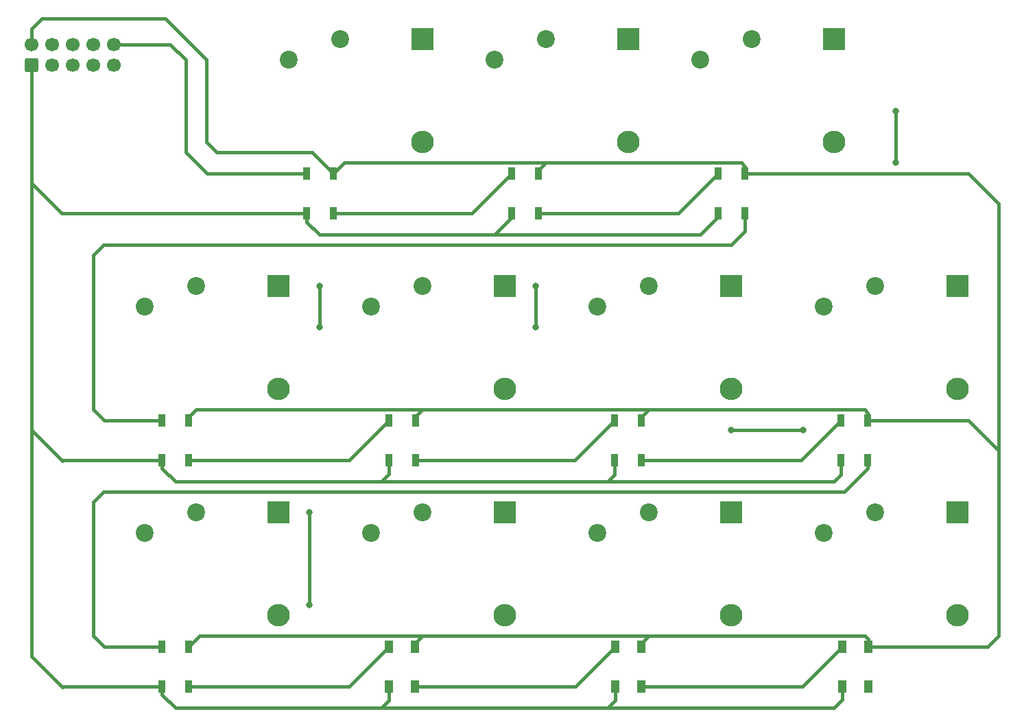
<source format=gbr>
%TF.GenerationSoftware,KiCad,Pcbnew,7.0.0-da2b9df05c~171~ubuntu22.04.1*%
%TF.CreationDate,2023-03-16T18:49:30-03:00*%
%TF.ProjectId,side_board,73696465-5f62-46f6-9172-642e6b696361,rev?*%
%TF.SameCoordinates,Original*%
%TF.FileFunction,Copper,L1,Top*%
%TF.FilePolarity,Positive*%
%FSLAX46Y46*%
G04 Gerber Fmt 4.6, Leading zero omitted, Abs format (unit mm)*
G04 Created by KiCad (PCBNEW 7.0.0-da2b9df05c~171~ubuntu22.04.1) date 2023-03-16 18:49:30*
%MOMM*%
%LPD*%
G01*
G04 APERTURE LIST*
G04 Aperture macros list*
%AMRoundRect*
0 Rectangle with rounded corners*
0 $1 Rounding radius*
0 $2 $3 $4 $5 $6 $7 $8 $9 X,Y pos of 4 corners*
0 Add a 4 corners polygon primitive as box body*
4,1,4,$2,$3,$4,$5,$6,$7,$8,$9,$2,$3,0*
0 Add four circle primitives for the rounded corners*
1,1,$1+$1,$2,$3*
1,1,$1+$1,$4,$5*
1,1,$1+$1,$6,$7*
1,1,$1+$1,$8,$9*
0 Add four rect primitives between the rounded corners*
20,1,$1+$1,$2,$3,$4,$5,0*
20,1,$1+$1,$4,$5,$6,$7,0*
20,1,$1+$1,$6,$7,$8,$9,0*
20,1,$1+$1,$8,$9,$2,$3,0*%
G04 Aperture macros list end*
%TA.AperFunction,SMDPad,CuDef*%
%ADD10R,1.000000X1.500000*%
%TD*%
%TA.AperFunction,ComponentPad*%
%ADD11RoundRect,0.250000X0.600000X-0.600000X0.600000X0.600000X-0.600000X0.600000X-0.600000X-0.600000X0*%
%TD*%
%TA.AperFunction,ComponentPad*%
%ADD12C,1.700000*%
%TD*%
%TA.AperFunction,ComponentPad*%
%ADD13C,2.200000*%
%TD*%
%TA.AperFunction,SMDPad,CuDef*%
%ADD14R,0.900000X1.500000*%
%TD*%
%TA.AperFunction,ComponentPad*%
%ADD15R,2.800000X2.800000*%
%TD*%
%TA.AperFunction,ComponentPad*%
%ADD16O,2.800000X2.800000*%
%TD*%
%TA.AperFunction,ViaPad*%
%ADD17C,0.800000*%
%TD*%
%TA.AperFunction,Conductor*%
%ADD18C,0.400000*%
%TD*%
G04 APERTURE END LIST*
D10*
%TO.P,D22,1,VDD*%
%TO.N,GND*%
X158509999Y-130719999D03*
%TO.P,D22,2,DOUT*%
%TO.N,unconnected-(D22-DOUT-Pad2)*%
X161709999Y-130719999D03*
%TO.P,D22,3,VSS*%
%TO.N,+5V*%
X161709999Y-125819999D03*
%TO.P,D22,4,DIN*%
%TO.N,Net-(D21-DOUT)*%
X158509999Y-125819999D03*
%TD*%
%TO.P,D21,1,VDD*%
%TO.N,GND*%
X130479999Y-130719999D03*
%TO.P,D21,2,DOUT*%
%TO.N,Net-(D21-DOUT)*%
X133679999Y-130719999D03*
%TO.P,D21,3,VSS*%
%TO.N,+5V*%
X133679999Y-125819999D03*
%TO.P,D21,4,DIN*%
%TO.N,Net-(D20-DOUT)*%
X130479999Y-125819999D03*
%TD*%
%TO.P,D20,1,VDD*%
%TO.N,GND*%
X102539999Y-130719999D03*
%TO.P,D20,2,DOUT*%
%TO.N,Net-(D20-DOUT)*%
X105739999Y-130719999D03*
%TO.P,D20,3,VSS*%
%TO.N,+5V*%
X105739999Y-125819999D03*
%TO.P,D20,4,DIN*%
%TO.N,Net-(D20-DIN)*%
X102539999Y-125819999D03*
%TD*%
D11*
%TO.P,J1,1,Pin_1*%
%TO.N,GND*%
X58420000Y-53957500D03*
D12*
%TO.P,J1,2,Pin_2*%
%TO.N,+5V*%
X58420000Y-51417500D03*
%TO.P,J1,3,Pin_3*%
%TO.N,dpad_column_H*%
X60960000Y-53957500D03*
%TO.P,J1,4,Pin_4*%
%TO.N,dpad_row_3*%
X60960000Y-51417500D03*
%TO.P,J1,5,Pin_5*%
%TO.N,dpad_column_G*%
X63500000Y-53957500D03*
%TO.P,J1,6,Pin_6*%
%TO.N,dpad_row_2*%
X63500000Y-51417500D03*
%TO.P,J1,7,Pin_7*%
%TO.N,dpad_column_F*%
X66040000Y-53957500D03*
%TO.P,J1,8,Pin_8*%
%TO.N,dpad_row_1*%
X66040000Y-51417500D03*
%TO.P,J1,9,Pin_9*%
%TO.N,dpad_column_E*%
X68580000Y-53957500D03*
%TO.P,J1,10,Pin_10*%
%TO.N,padsLED_R*%
X68580000Y-51417500D03*
%TD*%
D13*
%TO.P,SW4,1,A*%
%TO.N,Net-(D12-K)*%
X78740000Y-81280000D03*
%TO.P,SW4,2,B*%
%TO.N,dpad_column_F*%
X72390000Y-83820000D03*
%TD*%
D14*
%TO.P,D8,1,VDD*%
%TO.N,GND*%
X74549999Y-130719999D03*
%TO.P,D8,2,DOUT*%
%TO.N,Net-(D20-DIN)*%
X77849999Y-130719999D03*
%TO.P,D8,3,VSS*%
%TO.N,+5V*%
X77849999Y-125819999D03*
%TO.P,D8,4,DIN*%
%TO.N,Net-(D7-DOUT)*%
X74549999Y-125819999D03*
%TD*%
D13*
%TO.P,SW6,1,A*%
%TO.N,Net-(D14-K)*%
X134620000Y-81280000D03*
%TO.P,SW6,2,B*%
%TO.N,dpad_column_F*%
X128270000Y-83820000D03*
%TD*%
%TO.P,SW1,2,B*%
%TO.N,dpad_column_E*%
X90170000Y-53340000D03*
%TO.P,SW1,1,A*%
%TO.N,Net-(D9-K)*%
X96520000Y-50800000D03*
%TD*%
%TO.P,SW8,1,A*%
%TO.N,Net-(D16-K)*%
X78740000Y-109220000D03*
%TO.P,SW8,2,B*%
%TO.N,dpad_column_G*%
X72390000Y-111760000D03*
%TD*%
D15*
%TO.P,D9,1,K*%
%TO.N,Net-(D9-K)*%
X106679999Y-50799999D03*
D16*
%TO.P,D9,2,A*%
%TO.N,dpad_row_1*%
X106679999Y-63499999D03*
%TD*%
D13*
%TO.P,SW11,1,A*%
%TO.N,Net-(D19-K)*%
X162560000Y-109220000D03*
%TO.P,SW11,2,B*%
%TO.N,dpad_column_H*%
X156210000Y-111760000D03*
%TD*%
D14*
%TO.P,D7,4,DIN*%
%TO.N,Net-(D6-DOUT)*%
X158369999Y-97879999D03*
%TO.P,D7,3,VSS*%
%TO.N,+5V*%
X161669999Y-97879999D03*
%TO.P,D7,2,DOUT*%
%TO.N,Net-(D7-DOUT)*%
X161669999Y-102779999D03*
%TO.P,D7,1,VDD*%
%TO.N,GND*%
X158369999Y-102779999D03*
%TD*%
D13*
%TO.P,SW10,1,A*%
%TO.N,Net-(D18-K)*%
X134620000Y-109220000D03*
%TO.P,SW10,2,B*%
%TO.N,dpad_column_H*%
X128270000Y-111760000D03*
%TD*%
D14*
%TO.P,D4,4,DIN*%
%TO.N,Net-(D3-DOUT)*%
X74549999Y-97879999D03*
%TO.P,D4,3,VSS*%
%TO.N,+5V*%
X77849999Y-97879999D03*
%TO.P,D4,2,DOUT*%
%TO.N,Net-(D4-DOUT)*%
X77849999Y-102779999D03*
%TO.P,D4,1,VDD*%
%TO.N,GND*%
X74549999Y-102779999D03*
%TD*%
D15*
%TO.P,D17,1,K*%
%TO.N,Net-(D17-K)*%
X116839999Y-109219999D03*
D16*
%TO.P,D17,2,A*%
%TO.N,dpad_row_3*%
X116839999Y-121919999D03*
%TD*%
D13*
%TO.P,SW3,2,B*%
%TO.N,dpad_column_E*%
X140970000Y-53340000D03*
%TO.P,SW3,1,A*%
%TO.N,Net-(D11-K)*%
X147320000Y-50800000D03*
%TD*%
D15*
%TO.P,D15,1,K*%
%TO.N,Net-(D15-K)*%
X172719999Y-81279999D03*
D16*
%TO.P,D15,2,A*%
%TO.N,dpad_row_1*%
X172719999Y-93979999D03*
%TD*%
D15*
%TO.P,D10,1,K*%
%TO.N,Net-(D10-K)*%
X132079999Y-50799999D03*
D16*
%TO.P,D10,2,A*%
%TO.N,dpad_row_2*%
X132079999Y-63499999D03*
%TD*%
D14*
%TO.P,D3,1,VDD*%
%TO.N,GND*%
X143219999Y-72299999D03*
%TO.P,D3,2,DOUT*%
%TO.N,Net-(D3-DOUT)*%
X146519999Y-72299999D03*
%TO.P,D3,3,VSS*%
%TO.N,+5V*%
X146519999Y-67399999D03*
%TO.P,D3,4,DIN*%
%TO.N,Net-(D2-DOUT)*%
X143219999Y-67399999D03*
%TD*%
D15*
%TO.P,D12,1,K*%
%TO.N,Net-(D12-K)*%
X88899999Y-81279999D03*
D16*
%TO.P,D12,2,A*%
%TO.N,dpad_row_1*%
X88899999Y-93979999D03*
%TD*%
D14*
%TO.P,D2,1,VDD*%
%TO.N,GND*%
X117729999Y-72299999D03*
%TO.P,D2,2,DOUT*%
%TO.N,Net-(D2-DOUT)*%
X121029999Y-72299999D03*
%TO.P,D2,3,VSS*%
%TO.N,+5V*%
X121029999Y-67399999D03*
%TO.P,D2,4,DIN*%
%TO.N,Net-(D1-DOUT)*%
X117729999Y-67399999D03*
%TD*%
D15*
%TO.P,D13,1,K*%
%TO.N,Net-(D13-K)*%
X116839999Y-81279999D03*
D16*
%TO.P,D13,2,A*%
%TO.N,dpad_row_2*%
X116839999Y-93979999D03*
%TD*%
D13*
%TO.P,SW9,2,B*%
%TO.N,dpad_column_G*%
X100330000Y-111760000D03*
%TO.P,SW9,1,A*%
%TO.N,Net-(D17-K)*%
X106680000Y-109220000D03*
%TD*%
%TO.P,SW7,1,A*%
%TO.N,Net-(D15-K)*%
X162560000Y-81280000D03*
%TO.P,SW7,2,B*%
%TO.N,dpad_column_G*%
X156210000Y-83820000D03*
%TD*%
D15*
%TO.P,D11,1,K*%
%TO.N,Net-(D11-K)*%
X157479999Y-50799999D03*
D16*
%TO.P,D11,2,A*%
%TO.N,dpad_row_3*%
X157479999Y-63499999D03*
%TD*%
D15*
%TO.P,D19,1,K*%
%TO.N,Net-(D19-K)*%
X172719999Y-109219999D03*
D16*
%TO.P,D19,2,A*%
%TO.N,dpad_row_3*%
X172719999Y-121919999D03*
%TD*%
D14*
%TO.P,D6,4,DIN*%
%TO.N,Net-(D5-DOUT)*%
X130429999Y-97879999D03*
%TO.P,D6,3,VSS*%
%TO.N,+5V*%
X133729999Y-97879999D03*
%TO.P,D6,2,DOUT*%
%TO.N,Net-(D6-DOUT)*%
X133729999Y-102779999D03*
%TO.P,D6,1,VDD*%
%TO.N,GND*%
X130429999Y-102779999D03*
%TD*%
%TO.P,D5,4,DIN*%
%TO.N,Net-(D4-DOUT)*%
X102579999Y-97879999D03*
%TO.P,D5,3,VSS*%
%TO.N,+5V*%
X105879999Y-97879999D03*
%TO.P,D5,2,DOUT*%
%TO.N,Net-(D5-DOUT)*%
X105879999Y-102779999D03*
%TO.P,D5,1,VDD*%
%TO.N,GND*%
X102579999Y-102779999D03*
%TD*%
%TO.P,D1,1,VDD*%
%TO.N,GND*%
X92419999Y-72299999D03*
%TO.P,D1,2,DOUT*%
%TO.N,Net-(D1-DOUT)*%
X95719999Y-72299999D03*
%TO.P,D1,3,VSS*%
%TO.N,+5V*%
X95719999Y-67399999D03*
%TO.P,D1,4,DIN*%
%TO.N,padsLED_R*%
X92419999Y-67399999D03*
%TD*%
D13*
%TO.P,SW5,1,A*%
%TO.N,Net-(D13-K)*%
X106680000Y-81280000D03*
%TO.P,SW5,2,B*%
%TO.N,dpad_column_F*%
X100330000Y-83820000D03*
%TD*%
%TO.P,SW2,1,A*%
%TO.N,Net-(D10-K)*%
X121920000Y-50800000D03*
%TO.P,SW2,2,B*%
%TO.N,dpad_column_E*%
X115570000Y-53340000D03*
%TD*%
D15*
%TO.P,D14,1,K*%
%TO.N,Net-(D14-K)*%
X144779999Y-81279999D03*
D16*
%TO.P,D14,2,A*%
%TO.N,dpad_row_3*%
X144779999Y-93979999D03*
%TD*%
D15*
%TO.P,D16,1,K*%
%TO.N,Net-(D16-K)*%
X88899999Y-109219999D03*
D16*
%TO.P,D16,2,A*%
%TO.N,dpad_row_2*%
X88899999Y-121919999D03*
%TD*%
D15*
%TO.P,D18,1,K*%
%TO.N,Net-(D18-K)*%
X144779999Y-109219999D03*
D16*
%TO.P,D18,2,A*%
%TO.N,dpad_row_2*%
X144779999Y-121919999D03*
%TD*%
D17*
%TO.N,dpad_row_2*%
X153670000Y-99060000D03*
X144780000Y-99060000D03*
%TO.N,dpad_row_1*%
X165100000Y-59690000D03*
X165100000Y-66040000D03*
%TO.N,dpad_row_2*%
X92710000Y-120650000D03*
X92710000Y-109220000D03*
%TO.N,dpad_row_1*%
X93980000Y-86360000D03*
X93980000Y-81280000D03*
%TO.N,dpad_row_2*%
X120650000Y-86360000D03*
X120650000Y-81280000D03*
%TD*%
D18*
%TO.N,dpad_row_2*%
X144780000Y-99060000D02*
X153670000Y-99060000D01*
%TO.N,dpad_row_1*%
X165100000Y-59690000D02*
X165100000Y-66040000D01*
%TO.N,dpad_row_2*%
X92710000Y-109220000D02*
X92710000Y-120650000D01*
%TO.N,+5V*%
X177800000Y-71120000D02*
X177800000Y-101600000D01*
X177800000Y-101600000D02*
X177800000Y-124460000D01*
X161670000Y-97880000D02*
X174080000Y-97880000D01*
X174080000Y-97880000D02*
X177800000Y-101600000D01*
X146520000Y-67400000D02*
X174080000Y-67400000D01*
X174080000Y-67400000D02*
X177800000Y-71120000D01*
X177800000Y-124460000D02*
X176440000Y-125820000D01*
X176440000Y-125820000D02*
X161710000Y-125820000D01*
%TO.N,GND*%
X58420000Y-127000000D02*
X62230000Y-130810000D01*
X58420000Y-99060000D02*
X58420000Y-127000000D01*
X62230000Y-130810000D02*
X62320000Y-130720000D01*
X62320000Y-130720000D02*
X74550000Y-130720000D01*
X58420000Y-99060000D02*
X62230000Y-102870000D01*
X58420000Y-68580000D02*
X58420000Y-99060000D01*
X62230000Y-102870000D02*
X62320000Y-102780000D01*
X62320000Y-102780000D02*
X74550000Y-102780000D01*
%TO.N,dpad_row_2*%
X120650000Y-81280000D02*
X120650000Y-86360000D01*
%TO.N,dpad_row_1*%
X93980000Y-81280000D02*
X93980000Y-86360000D01*
%TO.N,GND*%
X62140000Y-72300000D02*
X58420000Y-68580000D01*
X92420000Y-72300000D02*
X62140000Y-72300000D01*
X58420000Y-68580000D02*
X58420000Y-53957500D01*
%TO.N,+5V*%
X80010000Y-63500000D02*
X81280000Y-64770000D01*
X80010000Y-53340000D02*
X80010000Y-63500000D01*
X58420000Y-49530000D02*
X59690000Y-48260000D01*
X58420000Y-51417500D02*
X58420000Y-49530000D01*
X59690000Y-48260000D02*
X74930000Y-48260000D01*
X74930000Y-48260000D02*
X80010000Y-53340000D01*
X81280000Y-64770000D02*
X93090000Y-64770000D01*
X93090000Y-64770000D02*
X95720000Y-67400000D01*
%TO.N,padsLED_R*%
X75547500Y-51417500D02*
X77470000Y-53340000D01*
X68580000Y-51417500D02*
X75547500Y-51417500D01*
X77470000Y-64770000D02*
X77470000Y-53340000D01*
X92420000Y-67400000D02*
X80100000Y-67400000D01*
X80100000Y-67400000D02*
X77470000Y-64770000D01*
%TO.N,Net-(D7-DOUT)*%
X66040000Y-124460000D02*
X67400000Y-125820000D01*
X67400000Y-125820000D02*
X74550000Y-125820000D01*
X161670000Y-102780000D02*
X161670000Y-103760000D01*
X161670000Y-103760000D02*
X158750000Y-106680000D01*
X158750000Y-106680000D02*
X67310000Y-106680000D01*
X67310000Y-106680000D02*
X66040000Y-107950000D01*
X66040000Y-107950000D02*
X66040000Y-124460000D01*
%TO.N,+5V*%
X134620000Y-124460000D02*
X161290000Y-124460000D01*
X161290000Y-124460000D02*
X161710000Y-124880000D01*
X161710000Y-124880000D02*
X161710000Y-125820000D01*
X161670000Y-97880000D02*
X161670000Y-96900000D01*
X161670000Y-96900000D02*
X161290000Y-96520000D01*
X161290000Y-96520000D02*
X134620000Y-96520000D01*
X121920000Y-66040000D02*
X146050000Y-66040000D01*
X146050000Y-66040000D02*
X146520000Y-66510000D01*
X146520000Y-66510000D02*
X146520000Y-67400000D01*
%TO.N,Net-(D3-DOUT)*%
X146520000Y-72300000D02*
X146520000Y-74460000D01*
X146520000Y-74460000D02*
X144780000Y-76200000D01*
X66040000Y-96520000D02*
X67400000Y-97880000D01*
X144780000Y-76200000D02*
X67310000Y-76200000D01*
X67310000Y-76200000D02*
X66040000Y-77470000D01*
X66040000Y-77470000D02*
X66040000Y-96520000D01*
X67400000Y-97880000D02*
X74550000Y-97880000D01*
%TO.N,GND*%
X76200000Y-133350000D02*
X157480000Y-133350000D01*
X158510000Y-132320000D02*
X157480000Y-133350000D01*
X158510000Y-130720000D02*
X158510000Y-132320000D01*
X130480000Y-132410000D02*
X129540000Y-133350000D01*
X130480000Y-130720000D02*
X130480000Y-132410000D01*
X102540000Y-132410000D02*
X101600000Y-133350000D01*
X102540000Y-130720000D02*
X102540000Y-132410000D01*
X114300000Y-105410000D02*
X157480000Y-105410000D01*
X158370000Y-104520000D02*
X157480000Y-105410000D01*
X158370000Y-102780000D02*
X158370000Y-104520000D01*
X130430000Y-104520000D02*
X129540000Y-105410000D01*
X130430000Y-102780000D02*
X130430000Y-104520000D01*
X82550000Y-105410000D02*
X101600000Y-105410000D01*
X101600000Y-105410000D02*
X104140000Y-105410000D01*
X102580000Y-102780000D02*
X102580000Y-104430000D01*
X102580000Y-104430000D02*
X101600000Y-105410000D01*
X104140000Y-105410000D02*
X114300000Y-105410000D01*
X115570000Y-74930000D02*
X140970000Y-74930000D01*
X143220000Y-72300000D02*
X143220000Y-72680000D01*
X143220000Y-72680000D02*
X140970000Y-74930000D01*
X93980000Y-74930000D02*
X115570000Y-74930000D01*
X117730000Y-72300000D02*
X117730000Y-72770000D01*
X117730000Y-72770000D02*
X115570000Y-74930000D01*
X92420000Y-72300000D02*
X92420000Y-73370000D01*
X92420000Y-73370000D02*
X93980000Y-74930000D01*
X76200000Y-105410000D02*
X82550000Y-105410000D01*
X74550000Y-102780000D02*
X74550000Y-103760000D01*
X74550000Y-103760000D02*
X76200000Y-105410000D01*
X74550000Y-130720000D02*
X74550000Y-131700000D01*
X74550000Y-131700000D02*
X76200000Y-133350000D01*
%TO.N,+5V*%
X106680000Y-124460000D02*
X134620000Y-124460000D01*
X133680000Y-125820000D02*
X133680000Y-125400000D01*
X133680000Y-125400000D02*
X134620000Y-124460000D01*
X80010000Y-124460000D02*
X106680000Y-124460000D01*
X105740000Y-125400000D02*
X106680000Y-124460000D01*
X105740000Y-125820000D02*
X105740000Y-125400000D01*
X77850000Y-125820000D02*
X79210000Y-124460000D01*
X79210000Y-124460000D02*
X80010000Y-124460000D01*
X106680000Y-96520000D02*
X134620000Y-96520000D01*
X133730000Y-97880000D02*
X133730000Y-97410000D01*
X133730000Y-97410000D02*
X134620000Y-96520000D01*
X78740000Y-96520000D02*
X106680000Y-96520000D01*
X105880000Y-97880000D02*
X105880000Y-97320000D01*
X105880000Y-97320000D02*
X106680000Y-96520000D01*
X77850000Y-97410000D02*
X78740000Y-96520000D01*
X77850000Y-97880000D02*
X77850000Y-97410000D01*
X97080000Y-66040000D02*
X121920000Y-66040000D01*
X121030000Y-66930000D02*
X121920000Y-66040000D01*
X121030000Y-67400000D02*
X121030000Y-66930000D01*
X95720000Y-67400000D02*
X97080000Y-66040000D01*
%TO.N,Net-(D21-DOUT)*%
X133680000Y-130720000D02*
X153610000Y-130720000D01*
X153610000Y-130720000D02*
X158510000Y-125820000D01*
%TO.N,Net-(D20-DOUT)*%
X105740000Y-130720000D02*
X125580000Y-130720000D01*
X125580000Y-130720000D02*
X130480000Y-125820000D01*
%TO.N,Net-(D20-DIN)*%
X77850000Y-130720000D02*
X97640000Y-130720000D01*
X97640000Y-130720000D02*
X102540000Y-125820000D01*
%TO.N,Net-(D6-DOUT)*%
X133730000Y-102780000D02*
X153470000Y-102780000D01*
X153470000Y-102780000D02*
X158370000Y-97880000D01*
%TO.N,Net-(D5-DOUT)*%
X105880000Y-102780000D02*
X125530000Y-102780000D01*
X125530000Y-102780000D02*
X130430000Y-97880000D01*
%TO.N,Net-(D4-DOUT)*%
X77850000Y-102780000D02*
X97680000Y-102780000D01*
X97680000Y-102780000D02*
X102580000Y-97880000D01*
%TO.N,Net-(D2-DOUT)*%
X121030000Y-72300000D02*
X138320000Y-72300000D01*
X138320000Y-72300000D02*
X143220000Y-67400000D01*
%TO.N,Net-(D1-DOUT)*%
X95720000Y-72300000D02*
X112830000Y-72300000D01*
X112830000Y-72300000D02*
X117730000Y-67400000D01*
%TD*%
M02*

</source>
